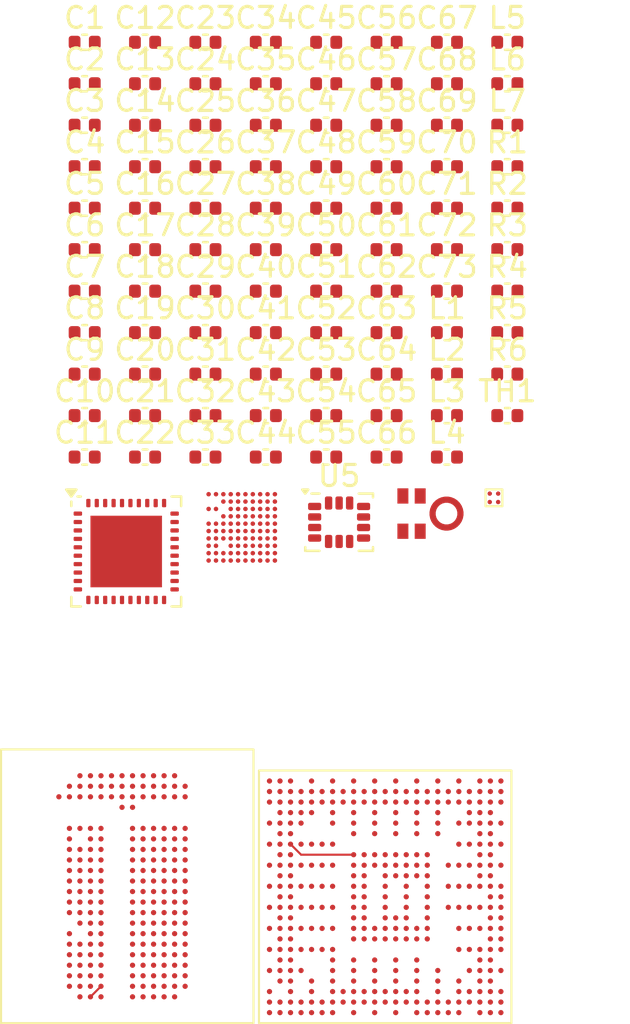
<source format=kicad_pcb>
(kicad_pcb (version 20241229) (generator "pcbnew") (generator_version "9.0")
  (layers (0 "F.Cu" signal) (4 "In1.Cu" signal) (6 "In2.Cu" signal) (2 "B.Cu" signal) (13 "F.Paste" user) (15 "B.Paste" user) (5 "F.SilkS" user "F.Silkscreen") (7 "B.SilkS" user "B.Silkscreen") (1 "F.Mask" user) (3 "B.Mask" user) (25 "Edge.Cuts" user))
  (net 0 "")
  (net 1 "GND")
  (net 2 "Net-(U1A-ALDOIN)")
  (net 3 "Net-(U1A-VREF)")
  (net 4 "/32M_IN")
  (net 5 "/32M_OUT")
  (net 6 "/24M_IN")
  (net 7 "/24M_OUT")
  (net 8 "Net-(C10-Pad1)")
  (net 9 "/32K_IN")
  (net 10 "/32K_OUT")
  (net 11 "Net-(C11-Pad1)")
  (net 12 "/VREFCA")
  (net 13 "/VDDIm")
  (net 14 "/DCDC2")
  (net 15 "/VDD_SEN")
  (net 16 "/V_EXT")
  (net 17 "/DEC4")
  (net 18 "/DCDC3")
  (net 19 "/DCDC4")
  (net 20 "/CPUSLDO")
  (net 21 "/DEC1")
  (net 22 "/DEC5")
  (net 23 "/AVCC")
  (net 24 "/nRF_VDD")
  (net 25 "/NBUS")
  (net 26 "/IOVCC")
  (net 27 "/LDO2")
  (net 28 "/LDO3")
  (net 29 "/CPVDD")
  (net 30 "/VEE CPVEE")
  (net 31 "Net-(U1A-LX1)")
  (net 32 "/DCDC1")
  (net 33 "Net-(U1A-LX2)")
  (net 34 "Net-(U1A-LX3)")
  (net 35 "Net-(U1A-LX4)")
  (net 36 "/1.8V")
  (net 37 "Net-(U1A-GPIO1)")
  (net 38 "Net-(L6-Pad2)")
  (net 39 "/DCC")
  (net 40 "/MIC_CK")
  (net 41 "/MIC_D")
  (net 42 "/MIC_VDD")
  (net 43 "/SW_G")
  (net 44 "/SCK")
  (net 45 "/SDA")
  (net 46 "/ZQ")
  (net 47 "Net-(U1A-TS)")
  (net 54 "/VDD_CPUFB")
  (net 67 "/VDD_SYSFB")
  (net 70 "Net-(U2A-SDQ24)")
  (net 71 "Net-(U2A-SA8)")
  (net 73 "Net-(U2A-SA6)")
  (net 77 "Net-(U2A-SDQ17)")
  (net 82 "Net-(U2A-SDQM3)")
  (net 83 "Net-(U2D-EMMC_D1)")
  (net 86 "Net-(U2D-EMMC_DS)")
  (net 87 "Net-(U2A-SDQ0)")
  (net 88 "Net-(U2D-EMMC_D4)")
  (net 89 "Net-(U2A-SDQS2P)")
  (net 90 "Net-(U2A-SDQ16)")
  (net 95 "Net-(U2A-SDQ30)")
  (net 98 "Net-(U2A-SDQ15)")
  (net 100 "Net-(U2A-SDQ23)")
  (net 101 "/DSI_CKP")
  (net 102 "/CS2")
  (net 103 "Net-(U2A-SCKE0)")
  (net 104 "Net-(U2A-SDQS1P)")
  (net 106 "Net-(U2A-SDQ6)")
  (net 109 "Net-(U2A-SDQ19)")
  (net 110 "Net-(U2D-EMMC_RST)")
  (net 112 "Net-(U2A-SDQ1)")
  (net 113 "Net-(U2A-SDQ29)")
  (net 115 "Net-(U2A-SA3)")
  (net 117 "Net-(U2A-SDQ11)")
  (net 119 "/DSI_DM0")
  (net 120 "Net-(U2D-EMMC_D0)")
  (net 122 "Net-(U2A-SDQM1)")
  (net 123 "Net-(U2A-SDQ2)")
  (net 125 "Net-(U2A-SDQM0)")
  (net 126 "Net-(U2A-SA0)")
  (net 129 "Net-(U2A-SDQ21)")
  (net 131 "/DSI_CKM")
  (net 132 "Net-(U2A-SDQ3)")
  (net 134 "Net-(U2A-SDQS0N)")
  (net 135 "Net-(U2A-SDQ31)")
  (net 137 "Net-(U2D-EMMC_D2)")
  (net 140 "Net-(U2D-EMMC_D6)")
  (net 142 "Net-(U2A-SDQ26)")
  (net 143 "Net-(U2A-SCKP)")
  (net 144 "Net-(U2A-SA2)")
  (net 148 "Net-(U2A-SDQ14)")
  (net 149 "Net-(U2A-SDQ27)")
  (net 151 "Net-(U2A-SDQ5)")
  (net 152 "Net-(U2A-SDQM2)")
  (net 153 "Net-(U2A-SCS0)")
  (net 154 "Net-(U2A-SA9)")
  (net 155 "Net-(U2A-SA4)")
  (net 157 "Net-(U2A-SDQ20)")
  (net 158 "Net-(U2D-EMMC_D3)")
  (net 159 "Net-(U2A-SA1)")
  (net 162 "Net-(U2D-EMMC_D5)")
  (net 163 "Net-(U2A-SDQ12)")
  (net 167 "/DSI_DP0")
  (net 169 "Net-(U2A-SDQ4)")
  (net 171 "Net-(U2D-EMMC_D7)")
  (net 172 "Net-(U2A-SDQ8)")
  (net 174 "Net-(U2A-SDQS3N)")
  (net 175 "Net-(U2D-EMMC_CMD)")
  (net 177 "Net-(U2A-SDQ10)")
  (net 179 "Net-(U2A-SA7)")
  (net 180 "Net-(U2A-SA5)")
  (net 181 "/QSPI_SCK")
  (net 182 "Net-(U2D-EMMC_CLK)")
  (net 185 "Net-(U2A-SDQ13)")
  (net 186 "Net-(U2A-SODT0)")
  (net 189 "Net-(U2A-SDQ9)")
  (net 190 "Net-(U2A-SDQS2N)")
  (net 191 "Net-(U2A-SDQ7)")
  (net 192 "Net-(U2A-SDQ25)")
  (net 194 "Net-(U2A-SDQS0P)")
  (net 198 "Net-(U2A-SDQ28)")
  (net 200 "Net-(U2A-SCKN)")
  (net 201 "Net-(U2A-SDQS3P)")
  (net 202 "/QSPI_I0")
  (net 203 "Net-(U2A-SDQS1N)")
  (net 204 "Net-(U2A-SDQ18)")
  (net 205 "Net-(U2A-SDQ22)")
  (net 206 "/QSPI_I1")
  (net 211 "/INT_1")
  (net 212 "/INT_2")
  (net 218 "/QSPI_I2")
  (net 219 "/DECUSB")
  (net 228 "/IM1")
  (net 236 "/CS1")
  (net 237 "/QSPI_I3")
  (net 243 "/D_RST")
  (net 245 "/ROT_B")
  (net 246 "/ROT_A")
  (net 248 "/SW_0")
  (footprint "Ori_components:nRF52840_wlcsp" (layer "F.Cu") (at 41.912 36.3635)
    (property "Reference" "U3" (hide yes))
    (property "Value" "~" (hide yes))
  )
  (footprint "Capacitor_SMD:C_0402_1005Metric" (layer "F.Cu") (at 43.055 33.025)
    (property "Reference" "C44")
    (property "Value" "100nF")
  )
  (footprint "Capacitor_SMD:C_0402_1005Metric" (layer "F.Cu") (at 34.445 27.115)
    (property "Reference" "C8")
    (property "Value" "16pF")
  )
  (footprint "Capacitor_SMD:C_0402_1005Metric" (layer "F.Cu") (at 54.535 27.115)
    (property "Reference" "R5")
    (property "Value" "4.7k")
  )
  (footprint "Capacitor_SMD:C_0402_1005Metric" (layer "F.Cu") (at 40.185 21.205)
    (property "Reference" "C27")
    (property "Value" "1uF")
  )
  (footprint "Capacitor_SMD:C_0402_1005Metric" (layer "F.Cu") (at 45.925 13.325)
    (property "Reference" "C45")
    (property "Value" "100nF")
  )
  (footprint "Ori_components:FBGA-221" (layer "F.Cu") (at 36.47 53.41)
    (property "Reference" "U7" (hide yes))
    (property "Value" "~" (hide yes))
  )
  (footprint "Capacitor_SMD:C_0402_1005Metric" (layer "F.Cu") (at 51.665 19.235)
    (property "Reference" "C70")
    (property "Value" "100nF")
  )
  (footprint "Capacitor_SMD:C_0402_1005Metric" (layer "F.Cu") (at 43.055 17.265)
    (property "Reference" "C36")
    (property "Value" "100nF")
  )
  (footprint "Capacitor_SMD:C_0402_1005Metric" (layer "F.Cu") (at 37.315 17.265)
    (property "Reference" "C14")
    (property "Value" "100nF")
  )
  (footprint "Capacitor_SMD:C_0402_1005Metric" (layer "F.Cu") (at 43.055 13.325)
    (property "Reference" "C34")
    (property "Value" "4.7uF")
  )
  (footprint "Capacitor_SMD:C_0402_1005Metric" (layer "F.Cu") (at 43.055 19.235)
    (property "Reference" "C37")
    (property "Value" "820pF")
  )
  (footprint "Capacitor_SMD:C_0402_1005Metric" (layer "F.Cu") (at 40.185 19.235)
    (property "Reference" "C26")
    (property "Value" "100nF")
  )
  (footprint "Ori_components:TQFN-40-1EP_5x5mm_P0.4mm_EP3.4x3.4mm" (layer "F.Cu") (at 36.42 37.51)
    (property "Reference" "U1" (hide yes))
    (property "Value" "~")
  )
  (footprint "Capacitor_SMD:C_0402_1005Metric" (layer "F.Cu") (at 34.445 23.175)
    (property "Reference" "C6")
    (property "Value" "12pF")
  )
  (footprint "Capacitor_SMD:C_0402_1005Metric" (layer "F.Cu") (at 45.925 17.265)
    (property "Reference" "C47")
    (property "Value" "10uF")
  )
  (footprint "Capacitor_SMD:C_0402_1005Metric" (layer "F.Cu") (at 40.185 17.265)
    (property "Reference" "C25")
    (property "Value" "10uF")
  )
  (footprint "Capacitor_SMD:C_0402_1005Metric" (layer "F.Cu") (at 37.315 21.205)
    (property "Reference" "C16")
    (property "Value" "100nF")
  )
  (footprint "Capacitor_SMD:C_0402_1005Metric" (layer "F.Cu") (at 37.315 25.145)
    (property "Reference" "C18")
    (property "Value" "100nF")
  )
  (footprint "Capacitor_SMD:C_0402_1005Metric" (layer "F.Cu") (at 45.925 27.115)
    (property "Reference" "C52")
    (property "Value" "100nF")
  )
  (footprint "Capacitor_SMD:C_0402_1005Metric" (layer "F.Cu") (at 45.925 29.085)
    (property "Reference" "C53")
    (property "Value" "4.7uF")
  )
  (footprint "Capacitor_SMD:C_0402_1005Metric" (layer "F.Cu") (at 48.795 17.265)
    (property "Reference" "C58")
    (property "Value" "100nF")
  )
  (footprint "Capacitor_SMD:C_0402_1005Metric" (layer "F.Cu") (at 43.055 31.055)
    (property "Reference" "C43")
    (property "Value" "10uF")
  )
  (footprint "Capacitor_SMD:C_0402_1005Metric" (layer "F.Cu") (at 34.445 19.235)
    (property "Reference" "C4")
    (property "Value" "1uF")
  )
  (footprint "Capacitor_SMD:C_0402_1005Metric" (layer "F.Cu") (at 45.925 19.235)
    (property "Reference" "C48")
    (property "Value" "1uF")
  )
  (footprint "Capacitor_SMD:C_0402_1005Metric" (layer "F.Cu") (at 34.445 31.055)
    (property "Reference" "C10")
    (property "Value" "18pF")
  )
  (footprint "Capacitor_SMD:C_0402_1005Metric" (layer "F.Cu") (at 48.795 21.205)
    (property "Reference" "C60")
    (property "Value" "1uF")
  )
  (footprint "Capacitor_SMD:C_0402_1005Metric" (layer "F.Cu") (at 40.185 23.175)
    (property "Reference" "C28")
    (property "Value" "100nF")
  )
  (footprint "Capacitor_SMD:C_0402_1005Metric" (layer "F.Cu") (at 48.795 25.145)
    (property "Reference" "C62")
    (property "Value" "100nF")
  )
  (footprint "Capacitor_SMD:C_0402_1005Metric" (layer "F.Cu") (at 54.535 29.085)
    (property "Reference" "R6")
    (property "Value" "240")
  )
  (footprint "Capacitor_SMD:C_0402_1005Metric" (layer "F.Cu") (at 48.795 15.295)
    (property "Reference" "C57")
    (property "Value" "100nF")
  )
  (footprint "Capacitor_SMD:C_0402_1005Metric" (layer "F.Cu") (at 51.665 23.175)
    (property "Reference" "C72")
    (property "Value" "100nF")
  )
  (footprint "Capacitor_SMD:C_0402_1005Metric" (layer "F.Cu") (at 37.315 29.085)
    (property "Reference" "C20")
    (property "Value" "1uF")
  )
  (footprint "Capacitor_SMD:C_0402_1005Metric" (layer "F.Cu") (at 34.445 25.145)
    (property "Reference" "C7")
    (property "Value" "12pF")
  )
  (footprint "Capacitor_SMD:C_0402_1005Metric" (layer "F.Cu") (at 51.665 29.085)
    (property "Reference" "L2")
    (property "Value" "L_Small")
  )
  (footprint "Capacitor_SMD:C_0402_1005Metric" (layer "F.Cu") (at 54.535 23.175)
    (property "Reference" "R3")
    (property "Value" "4.7k")
  )
  (footprint "Capacitor_SMD:C_0402_1005Metric" (layer "F.Cu") (at 45.925 33.025)
    (property "Reference" "C55")
    (property "Value" "100nF")
  )
  (footprint "Capacitor_SMD:C_0402_1005Metric" (layer "F.Cu") (at 45.925 15.295)
    (property "Reference" "C46")
    (property "Value" "10uF")
  )
  (footprint "Capacitor_SMD:C_0402_1005Metric" (layer "F.Cu") (at 34.445 33.025)
    (property "Reference" "C11")
    (property "Value" "18pF")
  )
  (footprint "Capacitor_SMD:C_0402_1005Metric" (layer "F.Cu") (at 45.925 25.145)
    (property "Reference" "C51")
    (property "Value" "100nF")
  )
  (footprint "Capacitor_SMD:C_0402_1005Metric" (layer "F.Cu") (at 37.315 31.055)
    (property "Reference" "C21")
    (property "Value" "10uF")
  )
  (footprint "Capacitor_SMD:C_0402_1005Metric" (layer "F.Cu") (at 45.925 21.205)
    (property "Reference" "C49")
    (property "Value" "100nF")
  )
  (footprint "Capacitor_SMD:C_0402_1005Metric" (layer "F.Cu") (at 37.315 27.115)
    (property "Reference" "C19")
    (property "Value" "1uF")
  )
  (footprint "Capacitor_SMD:C_0402_1005Metric" (layer "F.Cu") (at 54.535 21.205)
    (property "Reference" "R2")
    (property "Value" "4.7k")
  )
  (footprint "Capacitor_SMD:C_0402_1005Metric" (layer "F.Cu") (at 51.665 17.265)
    (property "Reference" "C69")
    (property "Value" "100nF")
  )
  (footprint "Capacitor_SMD:C_0402_1005Metric" (layer "F.Cu") (at 43.055 25.145)
    (property "Reference" "C40")
    (property "Value" "4.7uF")
  )
  (footprint "Capacitor_SMD:C_0402_1005Metric" (layer "F.Cu") (at 45.925 23.175)
    (property "Reference" "C50")
    (property "Value" "4.7uF")
  )
  (footprint "Capacitor_SMD:C_0402_1005Metric" (layer "F.Cu") (at 43.055 29.085)
    (property "Reference" "C42")
    (property "Value" "4.7uF")
  )
  (footprint "Capacitor_SMD:C_0402_1005Metric" (layer "F.Cu") (at 37.315 33.025)
    (property "Reference" "C22")
    (property "Value" "1uF")
  )
  (footprint "Capacitor_SMD:C_0402_1005Metric" (layer "F.Cu") (at 37.315 13.325)
    (property "Reference" "C12")
    (property "Value" "100nF")
  )
  (footprint "Capacitor_SMD:C_0402_1005Metric" (layer "F.Cu") (at 54.535 17.265)
    (property "Reference" "L7")
    (property "Value" "15nH")
  )
  (footprint "Capacitor_SMD:C_0402_1005Metric" (layer "F.Cu") (at 37.315 23.175)
    (property "Reference" "C17")
    (property "Value" "100nF")
  )
  (footprint "Capacitor_SMD:C_0402_1005Metric" (layer "F.Cu") (at 51.665 15.295)
    (property "Reference" "C68")
    (property "Value" "100nF")
  )
  (footprint "Capacitor_SMD:C_0402_1005Metric" (layer "F.Cu") (at 48.795 13.325)
    (property "Reference" "C56")
    (property "Value" "1uF")
  )
  (footprint "Capacitor_SMD:C_0402_1005Metric" (layer "F.Cu") (at 54.535 31.055)
    (property "Reference" "TH1")
    (property "Value" "Thermistor_NTC")
  )
  (footprint "Capacitor_SMD:C_0402_1005Metric" (layer "F.Cu") (at 51.665 21.205)
    (property "Reference" "C71")
    (property "Value" "100nF")
  )
  (footprint "Capacitor_SMD:C_0402_1005Metric" (layer "F.Cu") (at 40.185 27.115)
    (property "Reference" "C30")
    (property "Value" "10uF")
  )
  (footprint "Capacitor_SMD:C_0402_1005Metric" (layer "F.Cu") (at 43.055 27.115)
    (property "Reference" "C41")
    (property "Value" "1uF")
  )
  (footprint "Capacitor_SMD:C_0402_1005Metric" (layer "F.Cu") (at 51.665 25.145)
    (property "Reference" "C73")
    (property "Value" "4.7uF")
  )
  (footprint "Capacitor_SMD:C_0402_1005Metric" (layer "F.Cu") (at 48.795 23.175)
    (property "Reference" "C61")
    (property "Value" "1uF")
  )
  (footprint "Capacitor_SMD:C_0402_1005Metric" (layer "F.Cu") (at 40.185 15.295)
    (property "Reference" "C24")
    (property "Value" "47nF")
  )
  (footprint "Capacitor_SMD:C_0402_1005Metric" (layer "F.Cu") (at 51.665 13.325)
    (property "Reference" "C67")
    (property "Value" "100nF")
  )
  (footprint "Capacitor_SMD:C_0402_1005Metric" (layer "F.Cu") (at 34.445 15.295)
    (property "Reference" "C2")
    (property "Value" "1uF")
  )
  (footprint "Capacitor_SMD:C_0402_1005Metric" (layer "F.Cu") (at 37.315 15.295)
    (property "Reference" "C13")
    (property "Value" "100nF")
  )
  (footprint "Capacitor_SMD:C_0402_1005Metric" (layer "F.Cu") (at 45.925 31.055)
    (property "Reference" "C54")
    (property "Value" "1uF")
  )
  (footprint "Capacitor_SMD:C_0402_1005Metric" (layer "F.Cu") (at 34.445 13.325)
    (property "Reference" "C1")
    (property "Value" "1uF")
  )
  (footprint "Capacitor_SMD:C_0402_1005Metric" (layer "F.Cu") (at 51.665 33.025)
    (property "Reference" "L4")
    (property "Value" "L_Small")
  )
  (footprint "Capacitor_SMD:C_0402_1005Metric" (layer "F.Cu") (at 43.055 21.205)
    (property "Reference" "C38")
    (property "Value" "100nF")
  )
  (footprint "Capacitor_SMD:C_0402_1005Metric" (layer "F.Cu") (at 48.795 31.055)
    (property "Reference" "C65")
    (property "Value" "1uF")
  )
  (footprint "Capacitor_SMD:C_0402_1005Metric" (layer "F.Cu") (at 40.185 25.145)
    (property "Reference" "C29")
    (property "Value" "4.7uF")
  )
  (footprint "Ori_components:4 pin WLCPS" (layer "F.Cu") (at 53.9 34.96)
    (property "Reference" "U6" (hide yes))
    (property "Value" "~" (hide yes))
  )
  (footprint "Capacitor_SMD:C_0402_1005Metric" (layer "F.Cu") (at 40.185 29.085)
    (property "Reference" "C31")
    (property "Value" "100nF")
  )
  (footprint "Capacitor_SMD:C_0402_1005Metric" (layer "F.Cu") (at 34.445 17.265)
    (property "Reference" "C3")
    (property "Value" "1uF")
  )
  (footprint "Capacitor_SMD:C_0402_1005Metric" (layer "F.Cu") (at 48.795 29.085)
    (property "Reference" "C64")
    (property "Value" "1uF")
  )
  (footprint "Ori_components:LFBGA-346" (layer "F.Cu") (at 48.73 53.91 -90)
    (property "Reference" "U2" (hide yes))
    (property "Value" "~" (hide yes))
  )
  (footprint "Capacitor_SMD:C_0402_1005Metric" (layer "F.Cu") (at 51.665 31.055)
    (property "Reference" "L3")
    (property "Value" "L_Small")
  )
  (footprint "Capacitor_SMD:C_0402_1005Metric" (layer "F.Cu") (at 48.795 19.235)
    (property "Reference" "C59")
    (property "Value" "4.7uF")
  )
  (footprint "Capacitor_SMD:C_0402_1005Metric" (layer "F.Cu") (at 34.445 21.205)
    (property "Reference" "C5")
    (property "Value" "1uF")
  )
  (footprint "Ori_components:MMICT390200012" (layer "F.Cu") (at 50.88375 35.71)
    (property "Reference" "MIC1" (hide yes))
    (property "Value" "~" (hide yes))
  )
  (footprint "Capacitor_SMD:C_0402_1005Metric" (layer "F.Cu") (at 54.535 15.295)
    (property "Reference" "L6")
    (property "Value" "10uH")
  )
  (footprint "Package_LGA:LGA-14_3x2.5mm_P0.5mm_LayoutBorder3x4y" (layer "F.Cu") (at 46.54 36.12)
    (property "Reference" "U5")
    (property "Value" "LSM6DS3TR-C")
  )
  (footprint "Capacitor_SMD:C_0402_1005Metric" (layer "F.Cu") (at 43.055 15.295)
    (property "Reference" "C35")
    (property "Value" "100nF")
  )
  (footprint "Capacitor_SMD:C_0402_1005Metric" (layer "F.Cu") (at 54.535 19.235)
    (property "Reference" "R1")
    (property "Value" "4.7k")
  )
  (footprint "Capacitor_SMD:C_0402_1005Metric" (layer "F.Cu") (at 40.185 13.325)
    (property "Reference" "C23")
    (property "Value" "100nF")
  )
  (footprint "Capacitor_SMD:C_0402_1005Metric" (layer "F.Cu") (at 48.795 27.115)
    (property "Reference" "C63")
    (property "Value" "4.7uF")
  )
  (footprint "Capacitor_SMD:C_0402_1005Metric" (layer "F.Cu") (at 54.535 13.325)
    (property "Reference" "L5")
    (property "Value" "L_Small")
  )
  (footprint "Capacitor_SMD:C_0402_1005Metric" (layer "F.Cu") (at 51.665 27.115)
    (property "Reference" "L1")
    (property "Value" "L_Small")
  )
  (footprint "Capacitor_SMD:C_0402_1005Metric" (layer "F.Cu") (at 54.535 25.145)
    (property "Reference" "R4")
    (property "Value" "4.7k")
  )
  (footprint "Capacitor_SMD:C_0402_1005Metric" (layer "F.Cu") (at 48.795 33.025)
    (property "Reference" "C66")
    (property "Value" "10uF")
  )
  (footprint "Capacitor_SMD:C_0402_1005Metric" (layer "F.Cu") (at 40.185 33.025)
    (property "Reference" "C33")
    (property "Value" "100nF")
  )
  (footprint "Capacitor_SMD:C_0402_1005Metric" (layer "F.Cu") (at 40.185 31.055)
    (property "Reference" "C32")
    (property "Value" "100nF")
  )
  (footprint "Capacitor_SMD:C_0402_1005Metric" (layer "F.Cu") (at 34.445 29.085)
    (property "Reference" "C9")
    (property "Value" "16pF")
  )
  (footprint "Capacitor_SMD:C_0402_1005Metric" (layer "F.Cu") (at 43.055 23.175)
    (property "Reference" "C39")
    (property "Value" "4.7uF")
  )
  (footprint "Capacitor_SMD:C_0402_1005Metric" (layer "F.Cu") (at 37.315 19.235)
    (property "Reference" "C15")
    (property "Value" "1uF")
  )
  (segment (start 44.23 51.41) (end 44.73 51.91) (width 0.1) (layer "F.Cu") (net 1))
  (segment (start 44.73 51.91) (end 47.23 51.91) (width 0.1) (layer "F.Cu") (net 1))
  (segment (start 35.22 58.16) (end 34.72 58.66) (width 0.1) (layer "F.Cu") (net 27))
)
</source>
